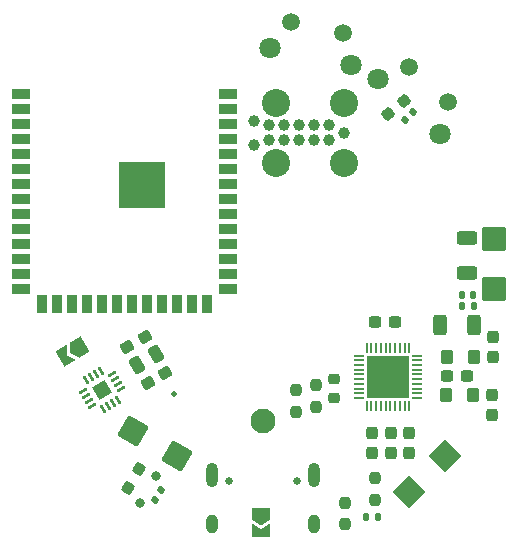
<source format=gbr>
%TF.GenerationSoftware,KiCad,Pcbnew,8.0.5*%
%TF.CreationDate,2025-01-09T20:26:43+01:00*%
%TF.ProjectId,test,74657374-2e6b-4696-9361-645f70636258,rev?*%
%TF.SameCoordinates,PX517370cPY341b1c8*%
%TF.FileFunction,Soldermask,Bot*%
%TF.FilePolarity,Negative*%
%FSLAX46Y46*%
G04 Gerber Fmt 4.6, Leading zero omitted, Abs format (unit mm)*
G04 Created by KiCad (PCBNEW 8.0.5) date 2025-01-09 20:26:43*
%MOMM*%
%LPD*%
G01*
G04 APERTURE LIST*
G04 Aperture macros list*
%AMRoundRect*
0 Rectangle with rounded corners*
0 $1 Rounding radius*
0 $2 $3 $4 $5 $6 $7 $8 $9 X,Y pos of 4 corners*
0 Add a 4 corners polygon primitive as box body*
4,1,4,$2,$3,$4,$5,$6,$7,$8,$9,$2,$3,0*
0 Add four circle primitives for the rounded corners*
1,1,$1+$1,$2,$3*
1,1,$1+$1,$4,$5*
1,1,$1+$1,$6,$7*
1,1,$1+$1,$8,$9*
0 Add four rect primitives between the rounded corners*
20,1,$1+$1,$2,$3,$4,$5,0*
20,1,$1+$1,$4,$5,$6,$7,0*
20,1,$1+$1,$6,$7,$8,$9,0*
20,1,$1+$1,$8,$9,$2,$3,0*%
%AMRotRect*
0 Rectangle, with rotation*
0 The origin of the aperture is its center*
0 $1 length*
0 $2 width*
0 $3 Rotation angle, in degrees counterclockwise*
0 Add horizontal line*
21,1,$1,$2,0,0,$3*%
%AMFreePoly0*
4,1,6,1.000000,0.000000,0.500000,-0.750000,-0.500000,-0.750000,-0.500000,0.750000,0.500000,0.750000,1.000000,0.000000,1.000000,0.000000,$1*%
%AMFreePoly1*
4,1,6,0.500000,-0.750000,-0.650000,-0.750000,-0.150000,0.000000,-0.650000,0.750000,0.500000,0.750000,0.500000,-0.750000,0.500000,-0.750000,$1*%
G04 Aperture macros list end*
%ADD10C,0.800000*%
%ADD11C,0.500000*%
%ADD12C,1.803400*%
%ADD13C,1.498600*%
%ADD14C,2.100000*%
%ADD15O,1.000000X2.100000*%
%ADD16O,1.000000X1.600000*%
%ADD17C,0.650000*%
%ADD18RoundRect,0.250000X0.312500X0.625000X-0.312500X0.625000X-0.312500X-0.625000X0.312500X-0.625000X0*%
%ADD19RoundRect,0.147500X-0.147500X-0.172500X0.147500X-0.172500X0.147500X0.172500X-0.147500X0.172500X0*%
%ADD20C,2.374900*%
%ADD21C,0.990600*%
%ADD22C,0.991400*%
%ADD23RoundRect,0.140000X-0.140000X-0.170000X0.140000X-0.170000X0.140000X0.170000X-0.140000X0.170000X0*%
%ADD24RoundRect,0.237500X-0.237500X0.300000X-0.237500X-0.300000X0.237500X-0.300000X0.237500X0.300000X0*%
%ADD25RoundRect,0.100000X-0.900000X0.900000X-0.900000X-0.900000X0.900000X-0.900000X0.900000X0.900000X0*%
%ADD26FreePoly0,270.000000*%
%ADD27FreePoly1,270.000000*%
%ADD28RoundRect,0.237500X0.237500X-0.250000X0.237500X0.250000X-0.237500X0.250000X-0.237500X-0.250000X0*%
%ADD29FreePoly0,210.000000*%
%ADD30FreePoly1,210.000000*%
%ADD31RoundRect,0.237500X0.237500X-0.300000X0.237500X0.300000X-0.237500X0.300000X-0.237500X-0.300000X0*%
%ADD32RoundRect,0.237500X-0.141058X-0.355681X0.378558X-0.055681X0.141058X0.355681X-0.378558X0.055681X0*%
%ADD33RoundRect,0.225000X-0.250000X0.225000X-0.250000X-0.225000X0.250000X-0.225000X0.250000X0.225000X0*%
%ADD34RoundRect,0.250000X0.020994X-0.536362X0.454006X-0.286362X-0.020994X0.536362X-0.454006X0.286362X0*%
%ADD35RoundRect,0.237500X-0.038849X-0.342632X0.344173X-0.021239X0.038849X0.342632X-0.344173X0.021239X0*%
%ADD36R,1.500000X0.900000*%
%ADD37R,0.900000X1.500000*%
%ADD38C,0.600000*%
%ADD39R,3.900000X3.900000*%
%ADD40RoundRect,0.062500X-0.229127X0.271859X0.120873X-0.334359X0.229127X-0.271859X-0.120873X0.334359X0*%
%ADD41RoundRect,0.062500X-0.334359X-0.120873X-0.271859X-0.229127X0.334359X0.120873X0.271859X0.229127X0*%
%ADD42RotRect,1.230000X1.230000X300.000000*%
%ADD43RoundRect,0.100000X-1.229423X-0.329423X0.329423X-1.229423X1.229423X0.329423X-0.329423X1.229423X0*%
%ADD44RoundRect,0.250000X0.625000X-0.312500X0.625000X0.312500X-0.625000X0.312500X-0.625000X-0.312500X0*%
%ADD45RoundRect,0.140000X-0.002028X0.220218X-0.216520X0.040237X0.002028X-0.220218X0.216520X-0.040237X0*%
%ADD46RoundRect,0.062500X-0.350000X-0.062500X0.350000X-0.062500X0.350000X0.062500X-0.350000X0.062500X0*%
%ADD47RoundRect,0.062500X-0.062500X-0.350000X0.062500X-0.350000X0.062500X0.350000X-0.062500X0.350000X0*%
%ADD48R,3.600000X3.600000*%
%ADD49RoundRect,0.237500X-0.080681X0.335256X-0.330681X-0.097756X0.080681X-0.335256X0.330681X0.097756X0*%
%ADD50RoundRect,0.237500X-0.300000X-0.237500X0.300000X-0.237500X0.300000X0.237500X-0.300000X0.237500X0*%
%ADD51RoundRect,0.250000X-0.275000X-0.350000X0.275000X-0.350000X0.275000X0.350000X-0.275000X0.350000X0*%
%ADD52RoundRect,0.100000X0.000000X-1.272792X1.272792X0.000000X0.000000X1.272792X-1.272792X0.000000X0*%
%ADD53RoundRect,0.140000X0.077224X-0.206244X0.217224X0.036244X-0.077224X0.206244X-0.217224X-0.036244X0*%
G04 APERTURE END LIST*
D10*
%TO.C,SW4*%
X-9115000Y-17184535D03*
X-10415000Y-19436201D03*
%TD*%
D11*
%TO.C,MK2*%
X-7552000Y-10230000D03*
%TD*%
D12*
%TO.C,SW2*%
X14927083Y11787951D03*
X9717637Y16478557D03*
D13*
X15660772Y14478363D03*
X12316619Y17489452D03*
%TD*%
D14*
%TO.C,REF\u002A\u002A*%
X0Y-12540000D03*
%TD*%
D15*
%TO.C,P1*%
X-4320000Y-17080000D03*
D16*
X-4320000Y-21260000D03*
D17*
X-2890000Y-17610000D03*
X2890000Y-17610000D03*
D15*
X4320000Y-17080000D03*
D16*
X4320000Y-21260000D03*
%TD*%
D12*
%TO.C,SW1*%
X7456432Y17622643D03*
X599616Y19080103D03*
D13*
X6746619Y20319452D03*
X2344953Y21255056D03*
%TD*%
D18*
%TO.C,NC5*%
X17862500Y-4400000D03*
X14937500Y-4400000D03*
%TD*%
D19*
%TO.C,D1*%
X8705000Y-20670000D03*
X9675000Y-20670000D03*
%TD*%
D20*
%TO.C,J2*%
X6820000Y9360000D03*
D21*
X6820000Y11900000D03*
D20*
X6820000Y14440000D03*
X1105000Y9360000D03*
X1105000Y14440000D03*
D21*
X-800000Y10885000D03*
X-800000Y12915000D03*
D22*
X5550000Y11265000D03*
X4280000Y11265000D03*
X3010000Y11265000D03*
X1740000Y11265000D03*
X470000Y11265000D03*
X470000Y12535000D03*
X1740000Y12535000D03*
X3010000Y12535000D03*
X4280000Y12535000D03*
X5550000Y12535000D03*
%TD*%
D23*
%TO.C,C12*%
X16840000Y-2780000D03*
X17800000Y-2780000D03*
%TD*%
D24*
%TO.C,C19*%
X19420000Y-5397500D03*
X19420000Y-7122500D03*
%TD*%
D25*
%TO.C,3v3J1*%
X19570000Y2943600D03*
X19570000Y-1323600D03*
%TD*%
D26*
%TO.C,JP2*%
X-190000Y-20365000D03*
D27*
X-190000Y-21815000D03*
%TD*%
D28*
%TO.C,R16*%
X6920000Y-21262500D03*
X6920000Y-19437500D03*
%TD*%
D29*
%TO.C,JP4*%
X-15544262Y-6274999D03*
D30*
X-16800000Y-7000001D03*
%TD*%
D31*
%TO.C,C16*%
X10830000Y-15242500D03*
X10830000Y-13517500D03*
%TD*%
D28*
%TO.C,R11*%
X9480000Y-19190000D03*
X9480000Y-17365000D03*
%TD*%
D32*
%TO.C,C6*%
X-11516947Y-6251250D03*
X-10023053Y-5388750D03*
%TD*%
%TO.C,C7*%
X-9786947Y-9271250D03*
X-8293053Y-8408750D03*
%TD*%
D33*
%TO.C,C14*%
X6010000Y-8975000D03*
X6010000Y-10525000D03*
%TD*%
D34*
%TO.C,C8*%
X-10695777Y-7765000D03*
X-9050329Y-6815000D03*
%TD*%
D35*
%TO.C,R14*%
X10518484Y13453456D03*
X11916516Y14626544D03*
%TD*%
D36*
%TO.C,U2*%
X-2995000Y15180000D03*
X-2995000Y13910000D03*
X-2995000Y12640000D03*
X-2995000Y11370000D03*
X-2995000Y10100000D03*
X-2995000Y8830000D03*
X-2995000Y7560000D03*
X-2995000Y6290000D03*
X-2995000Y5020000D03*
X-2995000Y3750000D03*
X-2995000Y2480000D03*
X-2995000Y1210000D03*
X-2995000Y-60000D03*
X-2995000Y-1330000D03*
D37*
X-4760000Y-2580000D03*
X-6030000Y-2580000D03*
X-7300000Y-2580000D03*
X-8570000Y-2580000D03*
X-9840000Y-2580000D03*
X-11110000Y-2580000D03*
X-12380000Y-2580000D03*
X-13650000Y-2580000D03*
X-14920000Y-2580000D03*
X-16190000Y-2580000D03*
X-17460000Y-2580000D03*
X-18730000Y-2580000D03*
D36*
X-20495000Y-1330000D03*
X-20495000Y-60000D03*
X-20495000Y1210000D03*
X-20495000Y2480000D03*
X-20495000Y3750000D03*
X-20495000Y5020000D03*
X-20495000Y6290000D03*
X-20495000Y7560000D03*
X-20495000Y8830000D03*
X-20495000Y10100000D03*
X-20495000Y11370000D03*
X-20495000Y12640000D03*
X-20495000Y13910000D03*
X-20495000Y15180000D03*
D38*
X-8845000Y6760000D03*
X-8845000Y8160000D03*
X-9545000Y6060000D03*
X-9545000Y7460000D03*
X-9545000Y8860000D03*
X-10245000Y6760000D03*
D39*
X-10245000Y7460000D03*
D38*
X-10245000Y8160000D03*
X-10945000Y6060000D03*
X-10945000Y7460000D03*
X-10945000Y8860000D03*
X-11645000Y6760000D03*
X-11645000Y8160000D03*
%TD*%
D40*
%TO.C,U1*%
X-15034801Y-8996620D03*
X-14601791Y-8746620D03*
X-14168776Y-8496619D03*
X-13735763Y-8246621D03*
D41*
X-12796621Y-8498264D03*
X-12546621Y-8931274D03*
X-12296620Y-9364289D03*
X-12046622Y-9797302D03*
D40*
X-12298265Y-10736444D03*
X-12731275Y-10986444D03*
X-13164290Y-11236445D03*
X-13597303Y-11486443D03*
D41*
X-14536445Y-11234800D03*
X-14786445Y-10801790D03*
X-15036446Y-10368775D03*
X-15286444Y-9935762D03*
D42*
X-13666533Y-9866532D03*
%TD*%
D43*
%TO.C,J1*%
X-11027753Y-13353201D03*
X-7332249Y-15486800D03*
%TD*%
D28*
%TO.C,R9*%
X2800000Y-11702500D03*
X2800000Y-9877500D03*
%TD*%
D44*
%TO.C,NC1*%
X17250000Y67500D03*
X17250000Y2992500D03*
%TD*%
D23*
%TO.C,C11*%
X16820000Y-1800000D03*
X17780000Y-1800000D03*
%TD*%
D31*
%TO.C,C15*%
X9200000Y-15252500D03*
X9200000Y-13527500D03*
%TD*%
D45*
%TO.C,C28*%
X12697701Y13638538D03*
X11962299Y13021462D03*
%TD*%
D46*
%TO.C,U5*%
X8122500Y-10560000D03*
X8122500Y-10160000D03*
X8122500Y-9760000D03*
X8122500Y-9360000D03*
X8122500Y-8960000D03*
X8122500Y-8560000D03*
X8122500Y-8160000D03*
X8122500Y-7760000D03*
X8122500Y-7360000D03*
X8122500Y-6960000D03*
D47*
X8760000Y-6322500D03*
X9160000Y-6322500D03*
X9560000Y-6322500D03*
X9960000Y-6322500D03*
X10360000Y-6322500D03*
X10760000Y-6322500D03*
X11160000Y-6322500D03*
X11560000Y-6322500D03*
X11960000Y-6322500D03*
X12360000Y-6322500D03*
D46*
X12997500Y-6960000D03*
X12997500Y-7360000D03*
X12997500Y-7760000D03*
X12997500Y-8160000D03*
X12997500Y-8560000D03*
X12997500Y-8960000D03*
X12997500Y-9360000D03*
X12997500Y-9760000D03*
X12997500Y-10160000D03*
X12997500Y-10560000D03*
D47*
X12360000Y-11197500D03*
X11960000Y-11197500D03*
X11560000Y-11197500D03*
X11160000Y-11197500D03*
X10760000Y-11197500D03*
X10360000Y-11197500D03*
X9960000Y-11197500D03*
X9560000Y-11197500D03*
X9160000Y-11197500D03*
X8760000Y-11197500D03*
D48*
X10560000Y-8760000D03*
%TD*%
D49*
%TO.C,R13*%
X-10503750Y-16589752D03*
X-11416250Y-18170248D03*
%TD*%
D50*
%TO.C,C18*%
X9465000Y-4130000D03*
X11190000Y-4130000D03*
%TD*%
D31*
%TO.C,C22*%
X19350000Y-12002500D03*
X19350000Y-10277500D03*
%TD*%
D28*
%TO.C,R8*%
X4490000Y-11282500D03*
X4490000Y-9457500D03*
%TD*%
D51*
%TO.C,L1*%
X15540000Y-7060000D03*
X17840000Y-7060000D03*
%TD*%
D31*
%TO.C,C17*%
X12300000Y-15240000D03*
X12300000Y-13515000D03*
%TD*%
D52*
%TO.C,BAT1*%
X12377238Y-18514604D03*
X15394604Y-15497238D03*
%TD*%
D51*
%TO.C,L2*%
X15470000Y-10340000D03*
X17770000Y-10340000D03*
%TD*%
D53*
%TO.C,C34*%
X-9130000Y-19205692D03*
X-8650000Y-18374308D03*
%TD*%
D50*
%TO.C,C20*%
X15517500Y-8700000D03*
X17242500Y-8700000D03*
%TD*%
M02*

</source>
